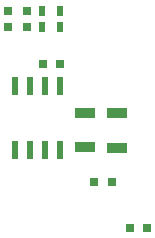
<source format=gtp>
G04 #@! TF.FileFunction,Paste,Top*
%FSLAX46Y46*%
G04 Gerber Fmt 4.6, Leading zero omitted, Abs format (unit mm)*
G04 Created by KiCad (PCBNEW 4.0.7) date Sat Jun  9 20:27:24 2018*
%MOMM*%
%LPD*%
G01*
G04 APERTURE LIST*
%ADD10C,0.100000*%
%ADD11R,0.800000X0.750000*%
%ADD12R,0.800000X0.800000*%
%ADD13R,0.500000X0.900000*%
%ADD14R,1.700000X0.900000*%
%ADD15R,0.600000X1.550000*%
G04 APERTURE END LIST*
D10*
D11*
X60250000Y-48000000D03*
X58750000Y-48000000D03*
X55900000Y-38000000D03*
X54400000Y-38000000D03*
X63250000Y-51900000D03*
X61750000Y-51900000D03*
D12*
X53100000Y-33500000D03*
X51500000Y-33500000D03*
X53100000Y-34900000D03*
X51500000Y-34900000D03*
D13*
X54350000Y-33500000D03*
X55850000Y-33500000D03*
X54350000Y-34900000D03*
X55850000Y-34900000D03*
D14*
X60700000Y-42200000D03*
X60700000Y-45100000D03*
X58000000Y-42150000D03*
X58000000Y-45050000D03*
D15*
X55905000Y-39900000D03*
X54635000Y-39900000D03*
X53365000Y-39900000D03*
X52095000Y-39900000D03*
X52095000Y-45300000D03*
X53365000Y-45300000D03*
X54635000Y-45300000D03*
X55905000Y-45300000D03*
M02*

</source>
